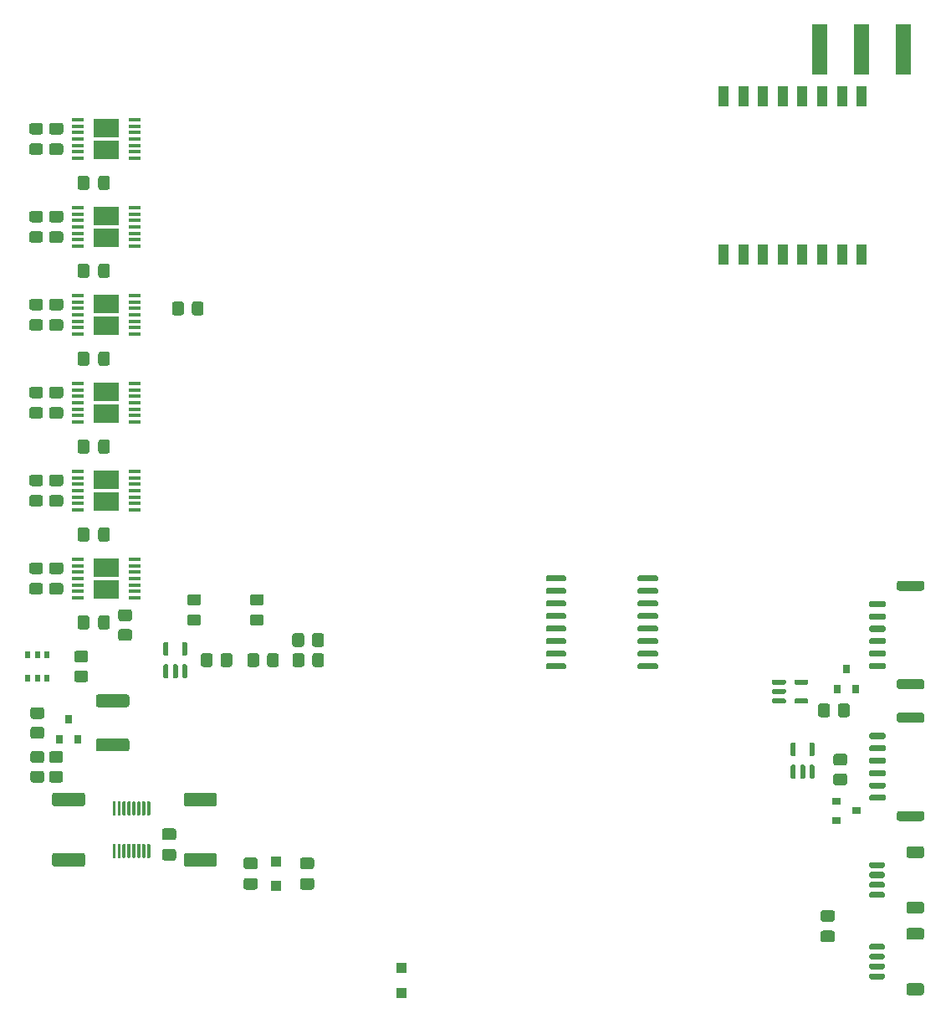
<source format=gtp>
%TF.GenerationSoftware,KiCad,Pcbnew,5.1.10*%
%TF.CreationDate,2021-06-27T23:22:59+02:00*%
%TF.ProjectId,main_v1,6d61696e-5f76-4312-9e6b-696361645f70,rev?*%
%TF.SameCoordinates,Original*%
%TF.FileFunction,Paste,Top*%
%TF.FilePolarity,Positive*%
%FSLAX46Y46*%
G04 Gerber Fmt 4.6, Leading zero omitted, Abs format (unit mm)*
G04 Created by KiCad (PCBNEW 5.1.10) date 2021-06-27 23:22:59*
%MOMM*%
%LPD*%
G01*
G04 APERTURE LIST*
%ADD10R,1.000000X1.000000*%
%ADD11R,0.900000X0.800000*%
%ADD12R,0.800000X0.900000*%
%ADD13R,1.000000X2.000000*%
%ADD14R,1.500000X5.080000*%
%ADD15R,0.510000X0.700000*%
%ADD16R,2.650000X1.850000*%
%ADD17R,1.310000X0.450000*%
G04 APERTURE END LIST*
%TO.C,JP4*%
G36*
G01*
X159565000Y-127965000D02*
X156665000Y-127965000D01*
G75*
G02*
X156415000Y-127715000I0J250000D01*
G01*
X156415000Y-126915000D01*
G75*
G02*
X156665000Y-126665000I250000J0D01*
G01*
X159565000Y-126665000D01*
G75*
G02*
X159815000Y-126915000I0J-250000D01*
G01*
X159815000Y-127715000D01*
G75*
G02*
X159565000Y-127965000I-250000J0D01*
G01*
G37*
G36*
G01*
X159565000Y-132415000D02*
X156665000Y-132415000D01*
G75*
G02*
X156415000Y-132165000I0J250000D01*
G01*
X156415000Y-131365000D01*
G75*
G02*
X156665000Y-131115000I250000J0D01*
G01*
X159565000Y-131115000D01*
G75*
G02*
X159815000Y-131365000I0J-250000D01*
G01*
X159815000Y-132165000D01*
G75*
G02*
X159565000Y-132415000I-250000J0D01*
G01*
G37*
%TD*%
D10*
%TO.C,D13*%
X174625000Y-143530000D03*
X174625000Y-146030000D03*
%TD*%
%TO.C,D11*%
X187325000Y-154325000D03*
X187325000Y-156825000D03*
%TD*%
%TO.C,R16*%
G36*
G01*
X177511000Y-120707999D02*
X177511000Y-121608001D01*
G75*
G02*
X177261001Y-121858000I-249999J0D01*
G01*
X176560999Y-121858000D01*
G75*
G02*
X176311000Y-121608001I0J249999D01*
G01*
X176311000Y-120707999D01*
G75*
G02*
X176560999Y-120458000I249999J0D01*
G01*
X177261001Y-120458000D01*
G75*
G02*
X177511000Y-120707999I0J-249999D01*
G01*
G37*
G36*
G01*
X179511000Y-120707999D02*
X179511000Y-121608001D01*
G75*
G02*
X179261001Y-121858000I-249999J0D01*
G01*
X178560999Y-121858000D01*
G75*
G02*
X178311000Y-121608001I0J249999D01*
G01*
X178311000Y-120707999D01*
G75*
G02*
X178560999Y-120458000I249999J0D01*
G01*
X179261001Y-120458000D01*
G75*
G02*
X179511000Y-120707999I0J-249999D01*
G01*
G37*
%TD*%
%TO.C,U20*%
G36*
G01*
X227140000Y-135200000D02*
X226890000Y-135200000D01*
G75*
G02*
X226765000Y-135075000I0J125000D01*
G01*
X226765000Y-133900000D01*
G75*
G02*
X226890000Y-133775000I125000J0D01*
G01*
X227140000Y-133775000D01*
G75*
G02*
X227265000Y-133900000I0J-125000D01*
G01*
X227265000Y-135075000D01*
G75*
G02*
X227140000Y-135200000I-125000J0D01*
G01*
G37*
G36*
G01*
X228090000Y-135200000D02*
X227840000Y-135200000D01*
G75*
G02*
X227715000Y-135075000I0J125000D01*
G01*
X227715000Y-133900000D01*
G75*
G02*
X227840000Y-133775000I125000J0D01*
G01*
X228090000Y-133775000D01*
G75*
G02*
X228215000Y-133900000I0J-125000D01*
G01*
X228215000Y-135075000D01*
G75*
G02*
X228090000Y-135200000I-125000J0D01*
G01*
G37*
G36*
G01*
X229040000Y-135200000D02*
X228790000Y-135200000D01*
G75*
G02*
X228665000Y-135075000I0J125000D01*
G01*
X228665000Y-133900000D01*
G75*
G02*
X228790000Y-133775000I125000J0D01*
G01*
X229040000Y-133775000D01*
G75*
G02*
X229165000Y-133900000I0J-125000D01*
G01*
X229165000Y-135075000D01*
G75*
G02*
X229040000Y-135200000I-125000J0D01*
G01*
G37*
G36*
G01*
X229040000Y-132925000D02*
X228790000Y-132925000D01*
G75*
G02*
X228665000Y-132800000I0J125000D01*
G01*
X228665000Y-131625000D01*
G75*
G02*
X228790000Y-131500000I125000J0D01*
G01*
X229040000Y-131500000D01*
G75*
G02*
X229165000Y-131625000I0J-125000D01*
G01*
X229165000Y-132800000D01*
G75*
G02*
X229040000Y-132925000I-125000J0D01*
G01*
G37*
G36*
G01*
X227140000Y-132925000D02*
X226890000Y-132925000D01*
G75*
G02*
X226765000Y-132800000I0J125000D01*
G01*
X226765000Y-131625000D01*
G75*
G02*
X226890000Y-131500000I125000J0D01*
G01*
X227140000Y-131500000D01*
G75*
G02*
X227265000Y-131625000I0J-125000D01*
G01*
X227265000Y-132800000D01*
G75*
G02*
X227140000Y-132925000I-125000J0D01*
G01*
G37*
%TD*%
%TO.C,U5*%
G36*
G01*
X224845000Y-125540000D02*
X224845000Y-125290000D01*
G75*
G02*
X224970000Y-125165000I125000J0D01*
G01*
X226145000Y-125165000D01*
G75*
G02*
X226270000Y-125290000I0J-125000D01*
G01*
X226270000Y-125540000D01*
G75*
G02*
X226145000Y-125665000I-125000J0D01*
G01*
X224970000Y-125665000D01*
G75*
G02*
X224845000Y-125540000I0J125000D01*
G01*
G37*
G36*
G01*
X224845000Y-126490000D02*
X224845000Y-126240000D01*
G75*
G02*
X224970000Y-126115000I125000J0D01*
G01*
X226145000Y-126115000D01*
G75*
G02*
X226270000Y-126240000I0J-125000D01*
G01*
X226270000Y-126490000D01*
G75*
G02*
X226145000Y-126615000I-125000J0D01*
G01*
X224970000Y-126615000D01*
G75*
G02*
X224845000Y-126490000I0J125000D01*
G01*
G37*
G36*
G01*
X224845000Y-127440000D02*
X224845000Y-127190000D01*
G75*
G02*
X224970000Y-127065000I125000J0D01*
G01*
X226145000Y-127065000D01*
G75*
G02*
X226270000Y-127190000I0J-125000D01*
G01*
X226270000Y-127440000D01*
G75*
G02*
X226145000Y-127565000I-125000J0D01*
G01*
X224970000Y-127565000D01*
G75*
G02*
X224845000Y-127440000I0J125000D01*
G01*
G37*
G36*
G01*
X227120000Y-127440000D02*
X227120000Y-127190000D01*
G75*
G02*
X227245000Y-127065000I125000J0D01*
G01*
X228420000Y-127065000D01*
G75*
G02*
X228545000Y-127190000I0J-125000D01*
G01*
X228545000Y-127440000D01*
G75*
G02*
X228420000Y-127565000I-125000J0D01*
G01*
X227245000Y-127565000D01*
G75*
G02*
X227120000Y-127440000I0J125000D01*
G01*
G37*
G36*
G01*
X227120000Y-125540000D02*
X227120000Y-125290000D01*
G75*
G02*
X227245000Y-125165000I125000J0D01*
G01*
X228420000Y-125165000D01*
G75*
G02*
X228545000Y-125290000I0J-125000D01*
G01*
X228545000Y-125540000D01*
G75*
G02*
X228420000Y-125665000I-125000J0D01*
G01*
X227245000Y-125665000D01*
G75*
G02*
X227120000Y-125540000I0J125000D01*
G01*
G37*
%TD*%
%TO.C,R15*%
G36*
G01*
X231324999Y-134655000D02*
X232225001Y-134655000D01*
G75*
G02*
X232475000Y-134904999I0J-249999D01*
G01*
X232475000Y-135605001D01*
G75*
G02*
X232225001Y-135855000I-249999J0D01*
G01*
X231324999Y-135855000D01*
G75*
G02*
X231075000Y-135605001I0J249999D01*
G01*
X231075000Y-134904999D01*
G75*
G02*
X231324999Y-134655000I249999J0D01*
G01*
G37*
G36*
G01*
X231324999Y-132655000D02*
X232225001Y-132655000D01*
G75*
G02*
X232475000Y-132904999I0J-249999D01*
G01*
X232475000Y-133605001D01*
G75*
G02*
X232225001Y-133855000I-249999J0D01*
G01*
X231324999Y-133855000D01*
G75*
G02*
X231075000Y-133605001I0J249999D01*
G01*
X231075000Y-132904999D01*
G75*
G02*
X231324999Y-132655000I249999J0D01*
G01*
G37*
%TD*%
%TO.C,R3*%
G36*
G01*
X231540000Y-128720001D02*
X231540000Y-127819999D01*
G75*
G02*
X231789999Y-127570000I249999J0D01*
G01*
X232490001Y-127570000D01*
G75*
G02*
X232740000Y-127819999I0J-249999D01*
G01*
X232740000Y-128720001D01*
G75*
G02*
X232490001Y-128970000I-249999J0D01*
G01*
X231789999Y-128970000D01*
G75*
G02*
X231540000Y-128720001I0J249999D01*
G01*
G37*
G36*
G01*
X229540000Y-128720001D02*
X229540000Y-127819999D01*
G75*
G02*
X229789999Y-127570000I249999J0D01*
G01*
X230490001Y-127570000D01*
G75*
G02*
X230740000Y-127819999I0J-249999D01*
G01*
X230740000Y-128720001D01*
G75*
G02*
X230490001Y-128970000I-249999J0D01*
G01*
X229789999Y-128970000D01*
G75*
G02*
X229540000Y-128720001I0J249999D01*
G01*
G37*
%TD*%
D11*
%TO.C,Q6*%
X233410000Y-138430000D03*
X231410000Y-139380000D03*
X231410000Y-137480000D03*
%TD*%
D12*
%TO.C,Q2*%
X232410000Y-124095000D03*
X233360000Y-126095000D03*
X231460000Y-126095000D03*
%TD*%
%TO.C,J6*%
G36*
G01*
X234840000Y-130560000D02*
X236240000Y-130560000D01*
G75*
G02*
X236390000Y-130710000I0J-150000D01*
G01*
X236390000Y-131010000D01*
G75*
G02*
X236240000Y-131160000I-150000J0D01*
G01*
X234840000Y-131160000D01*
G75*
G02*
X234690000Y-131010000I0J150000D01*
G01*
X234690000Y-130710000D01*
G75*
G02*
X234840000Y-130560000I150000J0D01*
G01*
G37*
G36*
G01*
X234840000Y-131810000D02*
X236240000Y-131810000D01*
G75*
G02*
X236390000Y-131960000I0J-150000D01*
G01*
X236390000Y-132260000D01*
G75*
G02*
X236240000Y-132410000I-150000J0D01*
G01*
X234840000Y-132410000D01*
G75*
G02*
X234690000Y-132260000I0J150000D01*
G01*
X234690000Y-131960000D01*
G75*
G02*
X234840000Y-131810000I150000J0D01*
G01*
G37*
G36*
G01*
X234840000Y-133060000D02*
X236240000Y-133060000D01*
G75*
G02*
X236390000Y-133210000I0J-150000D01*
G01*
X236390000Y-133510000D01*
G75*
G02*
X236240000Y-133660000I-150000J0D01*
G01*
X234840000Y-133660000D01*
G75*
G02*
X234690000Y-133510000I0J150000D01*
G01*
X234690000Y-133210000D01*
G75*
G02*
X234840000Y-133060000I150000J0D01*
G01*
G37*
G36*
G01*
X234840000Y-134310000D02*
X236240000Y-134310000D01*
G75*
G02*
X236390000Y-134460000I0J-150000D01*
G01*
X236390000Y-134760000D01*
G75*
G02*
X236240000Y-134910000I-150000J0D01*
G01*
X234840000Y-134910000D01*
G75*
G02*
X234690000Y-134760000I0J150000D01*
G01*
X234690000Y-134460000D01*
G75*
G02*
X234840000Y-134310000I150000J0D01*
G01*
G37*
G36*
G01*
X234840000Y-135560000D02*
X236240000Y-135560000D01*
G75*
G02*
X236390000Y-135710000I0J-150000D01*
G01*
X236390000Y-136010000D01*
G75*
G02*
X236240000Y-136160000I-150000J0D01*
G01*
X234840000Y-136160000D01*
G75*
G02*
X234690000Y-136010000I0J150000D01*
G01*
X234690000Y-135710000D01*
G75*
G02*
X234840000Y-135560000I150000J0D01*
G01*
G37*
G36*
G01*
X234840000Y-136810000D02*
X236240000Y-136810000D01*
G75*
G02*
X236390000Y-136960000I0J-150000D01*
G01*
X236390000Y-137260000D01*
G75*
G02*
X236240000Y-137410000I-150000J0D01*
G01*
X234840000Y-137410000D01*
G75*
G02*
X234690000Y-137260000I0J150000D01*
G01*
X234690000Y-136960000D01*
G75*
G02*
X234840000Y-136810000I150000J0D01*
G01*
G37*
G36*
G01*
X237740000Y-128510000D02*
X240040000Y-128510000D01*
G75*
G02*
X240290000Y-128760000I0J-250000D01*
G01*
X240290000Y-129260000D01*
G75*
G02*
X240040000Y-129510000I-250000J0D01*
G01*
X237740000Y-129510000D01*
G75*
G02*
X237490000Y-129260000I0J250000D01*
G01*
X237490000Y-128760000D01*
G75*
G02*
X237740000Y-128510000I250000J0D01*
G01*
G37*
G36*
G01*
X237740000Y-138460000D02*
X240040000Y-138460000D01*
G75*
G02*
X240290000Y-138710000I0J-250000D01*
G01*
X240290000Y-139210000D01*
G75*
G02*
X240040000Y-139460000I-250000J0D01*
G01*
X237740000Y-139460000D01*
G75*
G02*
X237490000Y-139210000I0J250000D01*
G01*
X237490000Y-138710000D01*
G75*
G02*
X237740000Y-138460000I250000J0D01*
G01*
G37*
%TD*%
%TO.C,J4*%
G36*
G01*
X234840000Y-117225000D02*
X236240000Y-117225000D01*
G75*
G02*
X236390000Y-117375000I0J-150000D01*
G01*
X236390000Y-117675000D01*
G75*
G02*
X236240000Y-117825000I-150000J0D01*
G01*
X234840000Y-117825000D01*
G75*
G02*
X234690000Y-117675000I0J150000D01*
G01*
X234690000Y-117375000D01*
G75*
G02*
X234840000Y-117225000I150000J0D01*
G01*
G37*
G36*
G01*
X234840000Y-118475000D02*
X236240000Y-118475000D01*
G75*
G02*
X236390000Y-118625000I0J-150000D01*
G01*
X236390000Y-118925000D01*
G75*
G02*
X236240000Y-119075000I-150000J0D01*
G01*
X234840000Y-119075000D01*
G75*
G02*
X234690000Y-118925000I0J150000D01*
G01*
X234690000Y-118625000D01*
G75*
G02*
X234840000Y-118475000I150000J0D01*
G01*
G37*
G36*
G01*
X234840000Y-119725000D02*
X236240000Y-119725000D01*
G75*
G02*
X236390000Y-119875000I0J-150000D01*
G01*
X236390000Y-120175000D01*
G75*
G02*
X236240000Y-120325000I-150000J0D01*
G01*
X234840000Y-120325000D01*
G75*
G02*
X234690000Y-120175000I0J150000D01*
G01*
X234690000Y-119875000D01*
G75*
G02*
X234840000Y-119725000I150000J0D01*
G01*
G37*
G36*
G01*
X234840000Y-120975000D02*
X236240000Y-120975000D01*
G75*
G02*
X236390000Y-121125000I0J-150000D01*
G01*
X236390000Y-121425000D01*
G75*
G02*
X236240000Y-121575000I-150000J0D01*
G01*
X234840000Y-121575000D01*
G75*
G02*
X234690000Y-121425000I0J150000D01*
G01*
X234690000Y-121125000D01*
G75*
G02*
X234840000Y-120975000I150000J0D01*
G01*
G37*
G36*
G01*
X234840000Y-122225000D02*
X236240000Y-122225000D01*
G75*
G02*
X236390000Y-122375000I0J-150000D01*
G01*
X236390000Y-122675000D01*
G75*
G02*
X236240000Y-122825000I-150000J0D01*
G01*
X234840000Y-122825000D01*
G75*
G02*
X234690000Y-122675000I0J150000D01*
G01*
X234690000Y-122375000D01*
G75*
G02*
X234840000Y-122225000I150000J0D01*
G01*
G37*
G36*
G01*
X234840000Y-123475000D02*
X236240000Y-123475000D01*
G75*
G02*
X236390000Y-123625000I0J-150000D01*
G01*
X236390000Y-123925000D01*
G75*
G02*
X236240000Y-124075000I-150000J0D01*
G01*
X234840000Y-124075000D01*
G75*
G02*
X234690000Y-123925000I0J150000D01*
G01*
X234690000Y-123625000D01*
G75*
G02*
X234840000Y-123475000I150000J0D01*
G01*
G37*
G36*
G01*
X237740000Y-115175000D02*
X240040000Y-115175000D01*
G75*
G02*
X240290000Y-115425000I0J-250000D01*
G01*
X240290000Y-115925000D01*
G75*
G02*
X240040000Y-116175000I-250000J0D01*
G01*
X237740000Y-116175000D01*
G75*
G02*
X237490000Y-115925000I0J250000D01*
G01*
X237490000Y-115425000D01*
G75*
G02*
X237740000Y-115175000I250000J0D01*
G01*
G37*
G36*
G01*
X237740000Y-125125000D02*
X240040000Y-125125000D01*
G75*
G02*
X240290000Y-125375000I0J-250000D01*
G01*
X240290000Y-125875000D01*
G75*
G02*
X240040000Y-126125000I-250000J0D01*
G01*
X237740000Y-126125000D01*
G75*
G02*
X237490000Y-125875000I0J250000D01*
G01*
X237490000Y-125375000D01*
G75*
G02*
X237740000Y-125125000I250000J0D01*
G01*
G37*
%TD*%
%TO.C,J10*%
G36*
G01*
X236115000Y-155470000D02*
X234865000Y-155470000D01*
G75*
G02*
X234715000Y-155320000I0J150000D01*
G01*
X234715000Y-155020000D01*
G75*
G02*
X234865000Y-154870000I150000J0D01*
G01*
X236115000Y-154870000D01*
G75*
G02*
X236265000Y-155020000I0J-150000D01*
G01*
X236265000Y-155320000D01*
G75*
G02*
X236115000Y-155470000I-150000J0D01*
G01*
G37*
G36*
G01*
X236115000Y-154470000D02*
X234865000Y-154470000D01*
G75*
G02*
X234715000Y-154320000I0J150000D01*
G01*
X234715000Y-154020000D01*
G75*
G02*
X234865000Y-153870000I150000J0D01*
G01*
X236115000Y-153870000D01*
G75*
G02*
X236265000Y-154020000I0J-150000D01*
G01*
X236265000Y-154320000D01*
G75*
G02*
X236115000Y-154470000I-150000J0D01*
G01*
G37*
G36*
G01*
X236115000Y-153470000D02*
X234865000Y-153470000D01*
G75*
G02*
X234715000Y-153320000I0J150000D01*
G01*
X234715000Y-153020000D01*
G75*
G02*
X234865000Y-152870000I150000J0D01*
G01*
X236115000Y-152870000D01*
G75*
G02*
X236265000Y-153020000I0J-150000D01*
G01*
X236265000Y-153320000D01*
G75*
G02*
X236115000Y-153470000I-150000J0D01*
G01*
G37*
G36*
G01*
X236115000Y-152470000D02*
X234865000Y-152470000D01*
G75*
G02*
X234715000Y-152320000I0J150000D01*
G01*
X234715000Y-152020000D01*
G75*
G02*
X234865000Y-151870000I150000J0D01*
G01*
X236115000Y-151870000D01*
G75*
G02*
X236265000Y-152020000I0J-150000D01*
G01*
X236265000Y-152320000D01*
G75*
G02*
X236115000Y-152470000I-150000J0D01*
G01*
G37*
G36*
G01*
X240015001Y-157070000D02*
X238714999Y-157070000D01*
G75*
G02*
X238465000Y-156820001I0J249999D01*
G01*
X238465000Y-156119999D01*
G75*
G02*
X238714999Y-155870000I249999J0D01*
G01*
X240015001Y-155870000D01*
G75*
G02*
X240265000Y-156119999I0J-249999D01*
G01*
X240265000Y-156820001D01*
G75*
G02*
X240015001Y-157070000I-249999J0D01*
G01*
G37*
G36*
G01*
X240015001Y-151470000D02*
X238714999Y-151470000D01*
G75*
G02*
X238465000Y-151220001I0J249999D01*
G01*
X238465000Y-150519999D01*
G75*
G02*
X238714999Y-150270000I249999J0D01*
G01*
X240015001Y-150270000D01*
G75*
G02*
X240265000Y-150519999I0J-249999D01*
G01*
X240265000Y-151220001D01*
G75*
G02*
X240015001Y-151470000I-249999J0D01*
G01*
G37*
%TD*%
%TO.C,J1*%
G36*
G01*
X236115000Y-147215000D02*
X234865000Y-147215000D01*
G75*
G02*
X234715000Y-147065000I0J150000D01*
G01*
X234715000Y-146765000D01*
G75*
G02*
X234865000Y-146615000I150000J0D01*
G01*
X236115000Y-146615000D01*
G75*
G02*
X236265000Y-146765000I0J-150000D01*
G01*
X236265000Y-147065000D01*
G75*
G02*
X236115000Y-147215000I-150000J0D01*
G01*
G37*
G36*
G01*
X236115000Y-146215000D02*
X234865000Y-146215000D01*
G75*
G02*
X234715000Y-146065000I0J150000D01*
G01*
X234715000Y-145765000D01*
G75*
G02*
X234865000Y-145615000I150000J0D01*
G01*
X236115000Y-145615000D01*
G75*
G02*
X236265000Y-145765000I0J-150000D01*
G01*
X236265000Y-146065000D01*
G75*
G02*
X236115000Y-146215000I-150000J0D01*
G01*
G37*
G36*
G01*
X236115000Y-145215000D02*
X234865000Y-145215000D01*
G75*
G02*
X234715000Y-145065000I0J150000D01*
G01*
X234715000Y-144765000D01*
G75*
G02*
X234865000Y-144615000I150000J0D01*
G01*
X236115000Y-144615000D01*
G75*
G02*
X236265000Y-144765000I0J-150000D01*
G01*
X236265000Y-145065000D01*
G75*
G02*
X236115000Y-145215000I-150000J0D01*
G01*
G37*
G36*
G01*
X236115000Y-144215000D02*
X234865000Y-144215000D01*
G75*
G02*
X234715000Y-144065000I0J150000D01*
G01*
X234715000Y-143765000D01*
G75*
G02*
X234865000Y-143615000I150000J0D01*
G01*
X236115000Y-143615000D01*
G75*
G02*
X236265000Y-143765000I0J-150000D01*
G01*
X236265000Y-144065000D01*
G75*
G02*
X236115000Y-144215000I-150000J0D01*
G01*
G37*
G36*
G01*
X240015001Y-148815000D02*
X238714999Y-148815000D01*
G75*
G02*
X238465000Y-148565001I0J249999D01*
G01*
X238465000Y-147864999D01*
G75*
G02*
X238714999Y-147615000I249999J0D01*
G01*
X240015001Y-147615000D01*
G75*
G02*
X240265000Y-147864999I0J-249999D01*
G01*
X240265000Y-148565001D01*
G75*
G02*
X240015001Y-148815000I-249999J0D01*
G01*
G37*
G36*
G01*
X240015001Y-143215000D02*
X238714999Y-143215000D01*
G75*
G02*
X238465000Y-142965001I0J249999D01*
G01*
X238465000Y-142264999D01*
G75*
G02*
X238714999Y-142015000I249999J0D01*
G01*
X240015001Y-142015000D01*
G75*
G02*
X240265000Y-142264999I0J-249999D01*
G01*
X240265000Y-142965001D01*
G75*
G02*
X240015001Y-143215000I-249999J0D01*
G01*
G37*
%TD*%
%TO.C,C21*%
G36*
G01*
X230030000Y-150542500D02*
X230980000Y-150542500D01*
G75*
G02*
X231230000Y-150792500I0J-250000D01*
G01*
X231230000Y-151467500D01*
G75*
G02*
X230980000Y-151717500I-250000J0D01*
G01*
X230030000Y-151717500D01*
G75*
G02*
X229780000Y-151467500I0J250000D01*
G01*
X229780000Y-150792500D01*
G75*
G02*
X230030000Y-150542500I250000J0D01*
G01*
G37*
G36*
G01*
X230030000Y-148467500D02*
X230980000Y-148467500D01*
G75*
G02*
X231230000Y-148717500I0J-250000D01*
G01*
X231230000Y-149392500D01*
G75*
G02*
X230980000Y-149642500I-250000J0D01*
G01*
X230030000Y-149642500D01*
G75*
G02*
X229780000Y-149392500I0J250000D01*
G01*
X229780000Y-148717500D01*
G75*
G02*
X230030000Y-148467500I250000J0D01*
G01*
G37*
%TD*%
D13*
%TO.C,U32*%
X219949000Y-66168000D03*
X221949000Y-66168000D03*
X223949000Y-66168000D03*
X225949000Y-66168000D03*
X227949000Y-66168000D03*
X229949000Y-66168000D03*
X231949000Y-66168000D03*
X233949000Y-66168000D03*
X233949000Y-82168000D03*
X231949000Y-82168000D03*
X229949000Y-82168000D03*
X227949000Y-82168000D03*
X225949000Y-82168000D03*
X223949000Y-82168000D03*
X221949000Y-82168000D03*
X219949000Y-82168000D03*
%TD*%
%TO.C,U16*%
G36*
G01*
X204020000Y-123675000D02*
X204020000Y-123975000D01*
G75*
G02*
X203870000Y-124125000I-150000J0D01*
G01*
X202120000Y-124125000D01*
G75*
G02*
X201970000Y-123975000I0J150000D01*
G01*
X201970000Y-123675000D01*
G75*
G02*
X202120000Y-123525000I150000J0D01*
G01*
X203870000Y-123525000D01*
G75*
G02*
X204020000Y-123675000I0J-150000D01*
G01*
G37*
G36*
G01*
X204020000Y-122405000D02*
X204020000Y-122705000D01*
G75*
G02*
X203870000Y-122855000I-150000J0D01*
G01*
X202120000Y-122855000D01*
G75*
G02*
X201970000Y-122705000I0J150000D01*
G01*
X201970000Y-122405000D01*
G75*
G02*
X202120000Y-122255000I150000J0D01*
G01*
X203870000Y-122255000D01*
G75*
G02*
X204020000Y-122405000I0J-150000D01*
G01*
G37*
G36*
G01*
X204020000Y-121135000D02*
X204020000Y-121435000D01*
G75*
G02*
X203870000Y-121585000I-150000J0D01*
G01*
X202120000Y-121585000D01*
G75*
G02*
X201970000Y-121435000I0J150000D01*
G01*
X201970000Y-121135000D01*
G75*
G02*
X202120000Y-120985000I150000J0D01*
G01*
X203870000Y-120985000D01*
G75*
G02*
X204020000Y-121135000I0J-150000D01*
G01*
G37*
G36*
G01*
X204020000Y-119865000D02*
X204020000Y-120165000D01*
G75*
G02*
X203870000Y-120315000I-150000J0D01*
G01*
X202120000Y-120315000D01*
G75*
G02*
X201970000Y-120165000I0J150000D01*
G01*
X201970000Y-119865000D01*
G75*
G02*
X202120000Y-119715000I150000J0D01*
G01*
X203870000Y-119715000D01*
G75*
G02*
X204020000Y-119865000I0J-150000D01*
G01*
G37*
G36*
G01*
X204020000Y-118595000D02*
X204020000Y-118895000D01*
G75*
G02*
X203870000Y-119045000I-150000J0D01*
G01*
X202120000Y-119045000D01*
G75*
G02*
X201970000Y-118895000I0J150000D01*
G01*
X201970000Y-118595000D01*
G75*
G02*
X202120000Y-118445000I150000J0D01*
G01*
X203870000Y-118445000D01*
G75*
G02*
X204020000Y-118595000I0J-150000D01*
G01*
G37*
G36*
G01*
X204020000Y-117325000D02*
X204020000Y-117625000D01*
G75*
G02*
X203870000Y-117775000I-150000J0D01*
G01*
X202120000Y-117775000D01*
G75*
G02*
X201970000Y-117625000I0J150000D01*
G01*
X201970000Y-117325000D01*
G75*
G02*
X202120000Y-117175000I150000J0D01*
G01*
X203870000Y-117175000D01*
G75*
G02*
X204020000Y-117325000I0J-150000D01*
G01*
G37*
G36*
G01*
X204020000Y-116055000D02*
X204020000Y-116355000D01*
G75*
G02*
X203870000Y-116505000I-150000J0D01*
G01*
X202120000Y-116505000D01*
G75*
G02*
X201970000Y-116355000I0J150000D01*
G01*
X201970000Y-116055000D01*
G75*
G02*
X202120000Y-115905000I150000J0D01*
G01*
X203870000Y-115905000D01*
G75*
G02*
X204020000Y-116055000I0J-150000D01*
G01*
G37*
G36*
G01*
X204020000Y-114785000D02*
X204020000Y-115085000D01*
G75*
G02*
X203870000Y-115235000I-150000J0D01*
G01*
X202120000Y-115235000D01*
G75*
G02*
X201970000Y-115085000I0J150000D01*
G01*
X201970000Y-114785000D01*
G75*
G02*
X202120000Y-114635000I150000J0D01*
G01*
X203870000Y-114635000D01*
G75*
G02*
X204020000Y-114785000I0J-150000D01*
G01*
G37*
G36*
G01*
X213320000Y-114785000D02*
X213320000Y-115085000D01*
G75*
G02*
X213170000Y-115235000I-150000J0D01*
G01*
X211420000Y-115235000D01*
G75*
G02*
X211270000Y-115085000I0J150000D01*
G01*
X211270000Y-114785000D01*
G75*
G02*
X211420000Y-114635000I150000J0D01*
G01*
X213170000Y-114635000D01*
G75*
G02*
X213320000Y-114785000I0J-150000D01*
G01*
G37*
G36*
G01*
X213320000Y-116055000D02*
X213320000Y-116355000D01*
G75*
G02*
X213170000Y-116505000I-150000J0D01*
G01*
X211420000Y-116505000D01*
G75*
G02*
X211270000Y-116355000I0J150000D01*
G01*
X211270000Y-116055000D01*
G75*
G02*
X211420000Y-115905000I150000J0D01*
G01*
X213170000Y-115905000D01*
G75*
G02*
X213320000Y-116055000I0J-150000D01*
G01*
G37*
G36*
G01*
X213320000Y-117325000D02*
X213320000Y-117625000D01*
G75*
G02*
X213170000Y-117775000I-150000J0D01*
G01*
X211420000Y-117775000D01*
G75*
G02*
X211270000Y-117625000I0J150000D01*
G01*
X211270000Y-117325000D01*
G75*
G02*
X211420000Y-117175000I150000J0D01*
G01*
X213170000Y-117175000D01*
G75*
G02*
X213320000Y-117325000I0J-150000D01*
G01*
G37*
G36*
G01*
X213320000Y-118595000D02*
X213320000Y-118895000D01*
G75*
G02*
X213170000Y-119045000I-150000J0D01*
G01*
X211420000Y-119045000D01*
G75*
G02*
X211270000Y-118895000I0J150000D01*
G01*
X211270000Y-118595000D01*
G75*
G02*
X211420000Y-118445000I150000J0D01*
G01*
X213170000Y-118445000D01*
G75*
G02*
X213320000Y-118595000I0J-150000D01*
G01*
G37*
G36*
G01*
X213320000Y-119865000D02*
X213320000Y-120165000D01*
G75*
G02*
X213170000Y-120315000I-150000J0D01*
G01*
X211420000Y-120315000D01*
G75*
G02*
X211270000Y-120165000I0J150000D01*
G01*
X211270000Y-119865000D01*
G75*
G02*
X211420000Y-119715000I150000J0D01*
G01*
X213170000Y-119715000D01*
G75*
G02*
X213320000Y-119865000I0J-150000D01*
G01*
G37*
G36*
G01*
X213320000Y-121135000D02*
X213320000Y-121435000D01*
G75*
G02*
X213170000Y-121585000I-150000J0D01*
G01*
X211420000Y-121585000D01*
G75*
G02*
X211270000Y-121435000I0J150000D01*
G01*
X211270000Y-121135000D01*
G75*
G02*
X211420000Y-120985000I150000J0D01*
G01*
X213170000Y-120985000D01*
G75*
G02*
X213320000Y-121135000I0J-150000D01*
G01*
G37*
G36*
G01*
X213320000Y-122405000D02*
X213320000Y-122705000D01*
G75*
G02*
X213170000Y-122855000I-150000J0D01*
G01*
X211420000Y-122855000D01*
G75*
G02*
X211270000Y-122705000I0J150000D01*
G01*
X211270000Y-122405000D01*
G75*
G02*
X211420000Y-122255000I150000J0D01*
G01*
X213170000Y-122255000D01*
G75*
G02*
X213320000Y-122405000I0J-150000D01*
G01*
G37*
G36*
G01*
X213320000Y-123675000D02*
X213320000Y-123975000D01*
G75*
G02*
X213170000Y-124125000I-150000J0D01*
G01*
X211420000Y-124125000D01*
G75*
G02*
X211270000Y-123975000I0J150000D01*
G01*
X211270000Y-123675000D01*
G75*
G02*
X211420000Y-123525000I150000J0D01*
G01*
X213170000Y-123525000D01*
G75*
G02*
X213320000Y-123675000I0J-150000D01*
G01*
G37*
%TD*%
D14*
%TO.C,J9*%
X233934000Y-61468000D03*
X229684000Y-61468000D03*
X238184000Y-61468000D03*
%TD*%
D15*
%TO.C,Q9*%
X149545000Y-122665000D03*
X150495000Y-122665000D03*
X151445000Y-122665000D03*
X151445000Y-124985000D03*
X150495000Y-124985000D03*
X149545000Y-124985000D03*
%TD*%
%TO.C,C19*%
G36*
G01*
X163355000Y-142287500D02*
X164305000Y-142287500D01*
G75*
G02*
X164555000Y-142537500I0J-250000D01*
G01*
X164555000Y-143212500D01*
G75*
G02*
X164305000Y-143462500I-250000J0D01*
G01*
X163355000Y-143462500D01*
G75*
G02*
X163105000Y-143212500I0J250000D01*
G01*
X163105000Y-142537500D01*
G75*
G02*
X163355000Y-142287500I250000J0D01*
G01*
G37*
G36*
G01*
X163355000Y-140212500D02*
X164305000Y-140212500D01*
G75*
G02*
X164555000Y-140462500I0J-250000D01*
G01*
X164555000Y-141137500D01*
G75*
G02*
X164305000Y-141387500I-250000J0D01*
G01*
X163355000Y-141387500D01*
G75*
G02*
X163105000Y-141137500I0J250000D01*
G01*
X163105000Y-140462500D01*
G75*
G02*
X163355000Y-140212500I250000J0D01*
G01*
G37*
%TD*%
%TO.C,U31*%
G36*
G01*
X158345000Y-138910000D02*
X158195000Y-138910000D01*
G75*
G02*
X158120000Y-138835000I0J75000D01*
G01*
X158120000Y-137535000D01*
G75*
G02*
X158195000Y-137460000I75000J0D01*
G01*
X158345000Y-137460000D01*
G75*
G02*
X158420000Y-137535000I0J-75000D01*
G01*
X158420000Y-138835000D01*
G75*
G02*
X158345000Y-138910000I-75000J0D01*
G01*
G37*
G36*
G01*
X158845000Y-138910000D02*
X158695000Y-138910000D01*
G75*
G02*
X158620000Y-138835000I0J75000D01*
G01*
X158620000Y-137535000D01*
G75*
G02*
X158695000Y-137460000I75000J0D01*
G01*
X158845000Y-137460000D01*
G75*
G02*
X158920000Y-137535000I0J-75000D01*
G01*
X158920000Y-138835000D01*
G75*
G02*
X158845000Y-138910000I-75000J0D01*
G01*
G37*
G36*
G01*
X159345000Y-138910000D02*
X159195000Y-138910000D01*
G75*
G02*
X159120000Y-138835000I0J75000D01*
G01*
X159120000Y-137535000D01*
G75*
G02*
X159195000Y-137460000I75000J0D01*
G01*
X159345000Y-137460000D01*
G75*
G02*
X159420000Y-137535000I0J-75000D01*
G01*
X159420000Y-138835000D01*
G75*
G02*
X159345000Y-138910000I-75000J0D01*
G01*
G37*
G36*
G01*
X159845000Y-138910000D02*
X159695000Y-138910000D01*
G75*
G02*
X159620000Y-138835000I0J75000D01*
G01*
X159620000Y-137535000D01*
G75*
G02*
X159695000Y-137460000I75000J0D01*
G01*
X159845000Y-137460000D01*
G75*
G02*
X159920000Y-137535000I0J-75000D01*
G01*
X159920000Y-138835000D01*
G75*
G02*
X159845000Y-138910000I-75000J0D01*
G01*
G37*
G36*
G01*
X160345000Y-138910000D02*
X160195000Y-138910000D01*
G75*
G02*
X160120000Y-138835000I0J75000D01*
G01*
X160120000Y-137535000D01*
G75*
G02*
X160195000Y-137460000I75000J0D01*
G01*
X160345000Y-137460000D01*
G75*
G02*
X160420000Y-137535000I0J-75000D01*
G01*
X160420000Y-138835000D01*
G75*
G02*
X160345000Y-138910000I-75000J0D01*
G01*
G37*
G36*
G01*
X160845000Y-138910000D02*
X160695000Y-138910000D01*
G75*
G02*
X160620000Y-138835000I0J75000D01*
G01*
X160620000Y-137535000D01*
G75*
G02*
X160695000Y-137460000I75000J0D01*
G01*
X160845000Y-137460000D01*
G75*
G02*
X160920000Y-137535000I0J-75000D01*
G01*
X160920000Y-138835000D01*
G75*
G02*
X160845000Y-138910000I-75000J0D01*
G01*
G37*
G36*
G01*
X161345000Y-138910000D02*
X161195000Y-138910000D01*
G75*
G02*
X161120000Y-138835000I0J75000D01*
G01*
X161120000Y-137535000D01*
G75*
G02*
X161195000Y-137460000I75000J0D01*
G01*
X161345000Y-137460000D01*
G75*
G02*
X161420000Y-137535000I0J-75000D01*
G01*
X161420000Y-138835000D01*
G75*
G02*
X161345000Y-138910000I-75000J0D01*
G01*
G37*
G36*
G01*
X161845000Y-138910000D02*
X161695000Y-138910000D01*
G75*
G02*
X161620000Y-138835000I0J75000D01*
G01*
X161620000Y-137535000D01*
G75*
G02*
X161695000Y-137460000I75000J0D01*
G01*
X161845000Y-137460000D01*
G75*
G02*
X161920000Y-137535000I0J-75000D01*
G01*
X161920000Y-138835000D01*
G75*
G02*
X161845000Y-138910000I-75000J0D01*
G01*
G37*
G36*
G01*
X161845000Y-143210000D02*
X161695000Y-143210000D01*
G75*
G02*
X161620000Y-143135000I0J75000D01*
G01*
X161620000Y-141835000D01*
G75*
G02*
X161695000Y-141760000I75000J0D01*
G01*
X161845000Y-141760000D01*
G75*
G02*
X161920000Y-141835000I0J-75000D01*
G01*
X161920000Y-143135000D01*
G75*
G02*
X161845000Y-143210000I-75000J0D01*
G01*
G37*
G36*
G01*
X161345000Y-143210000D02*
X161195000Y-143210000D01*
G75*
G02*
X161120000Y-143135000I0J75000D01*
G01*
X161120000Y-141835000D01*
G75*
G02*
X161195000Y-141760000I75000J0D01*
G01*
X161345000Y-141760000D01*
G75*
G02*
X161420000Y-141835000I0J-75000D01*
G01*
X161420000Y-143135000D01*
G75*
G02*
X161345000Y-143210000I-75000J0D01*
G01*
G37*
G36*
G01*
X160845000Y-143210000D02*
X160695000Y-143210000D01*
G75*
G02*
X160620000Y-143135000I0J75000D01*
G01*
X160620000Y-141835000D01*
G75*
G02*
X160695000Y-141760000I75000J0D01*
G01*
X160845000Y-141760000D01*
G75*
G02*
X160920000Y-141835000I0J-75000D01*
G01*
X160920000Y-143135000D01*
G75*
G02*
X160845000Y-143210000I-75000J0D01*
G01*
G37*
G36*
G01*
X160345000Y-143210000D02*
X160195000Y-143210000D01*
G75*
G02*
X160120000Y-143135000I0J75000D01*
G01*
X160120000Y-141835000D01*
G75*
G02*
X160195000Y-141760000I75000J0D01*
G01*
X160345000Y-141760000D01*
G75*
G02*
X160420000Y-141835000I0J-75000D01*
G01*
X160420000Y-143135000D01*
G75*
G02*
X160345000Y-143210000I-75000J0D01*
G01*
G37*
G36*
G01*
X159845000Y-143210000D02*
X159695000Y-143210000D01*
G75*
G02*
X159620000Y-143135000I0J75000D01*
G01*
X159620000Y-141835000D01*
G75*
G02*
X159695000Y-141760000I75000J0D01*
G01*
X159845000Y-141760000D01*
G75*
G02*
X159920000Y-141835000I0J-75000D01*
G01*
X159920000Y-143135000D01*
G75*
G02*
X159845000Y-143210000I-75000J0D01*
G01*
G37*
G36*
G01*
X159345000Y-143210000D02*
X159195000Y-143210000D01*
G75*
G02*
X159120000Y-143135000I0J75000D01*
G01*
X159120000Y-141835000D01*
G75*
G02*
X159195000Y-141760000I75000J0D01*
G01*
X159345000Y-141760000D01*
G75*
G02*
X159420000Y-141835000I0J-75000D01*
G01*
X159420000Y-143135000D01*
G75*
G02*
X159345000Y-143210000I-75000J0D01*
G01*
G37*
G36*
G01*
X158845000Y-143210000D02*
X158695000Y-143210000D01*
G75*
G02*
X158620000Y-143135000I0J75000D01*
G01*
X158620000Y-141835000D01*
G75*
G02*
X158695000Y-141760000I75000J0D01*
G01*
X158845000Y-141760000D01*
G75*
G02*
X158920000Y-141835000I0J-75000D01*
G01*
X158920000Y-143135000D01*
G75*
G02*
X158845000Y-143210000I-75000J0D01*
G01*
G37*
G36*
G01*
X158345000Y-143210000D02*
X158195000Y-143210000D01*
G75*
G02*
X158120000Y-143135000I0J75000D01*
G01*
X158120000Y-141835000D01*
G75*
G02*
X158195000Y-141760000I75000J0D01*
G01*
X158345000Y-141760000D01*
G75*
G02*
X158420000Y-141835000I0J-75000D01*
G01*
X158420000Y-143135000D01*
G75*
G02*
X158345000Y-143210000I-75000J0D01*
G01*
G37*
%TD*%
%TO.C,R32*%
G36*
G01*
X168430001Y-137985000D02*
X165579999Y-137985000D01*
G75*
G02*
X165330000Y-137735001I0J249999D01*
G01*
X165330000Y-136834999D01*
G75*
G02*
X165579999Y-136585000I249999J0D01*
G01*
X168430001Y-136585000D01*
G75*
G02*
X168680000Y-136834999I0J-249999D01*
G01*
X168680000Y-137735001D01*
G75*
G02*
X168430001Y-137985000I-249999J0D01*
G01*
G37*
G36*
G01*
X168430001Y-144085000D02*
X165579999Y-144085000D01*
G75*
G02*
X165330000Y-143835001I0J249999D01*
G01*
X165330000Y-142934999D01*
G75*
G02*
X165579999Y-142685000I249999J0D01*
G01*
X168430001Y-142685000D01*
G75*
G02*
X168680000Y-142934999I0J-249999D01*
G01*
X168680000Y-143835001D01*
G75*
G02*
X168430001Y-144085000I-249999J0D01*
G01*
G37*
%TD*%
%TO.C,R31*%
G36*
G01*
X155095001Y-137985000D02*
X152244999Y-137985000D01*
G75*
G02*
X151995000Y-137735001I0J249999D01*
G01*
X151995000Y-136834999D01*
G75*
G02*
X152244999Y-136585000I249999J0D01*
G01*
X155095001Y-136585000D01*
G75*
G02*
X155345000Y-136834999I0J-249999D01*
G01*
X155345000Y-137735001D01*
G75*
G02*
X155095001Y-137985000I-249999J0D01*
G01*
G37*
G36*
G01*
X155095001Y-144085000D02*
X152244999Y-144085000D01*
G75*
G02*
X151995000Y-143835001I0J249999D01*
G01*
X151995000Y-142934999D01*
G75*
G02*
X152244999Y-142685000I249999J0D01*
G01*
X155095001Y-142685000D01*
G75*
G02*
X155345000Y-142934999I0J-249999D01*
G01*
X155345000Y-143835001D01*
G75*
G02*
X155095001Y-144085000I-249999J0D01*
G01*
G37*
%TD*%
%TO.C,R28*%
G36*
G01*
X150044999Y-134385000D02*
X150945001Y-134385000D01*
G75*
G02*
X151195000Y-134634999I0J-249999D01*
G01*
X151195000Y-135335001D01*
G75*
G02*
X150945001Y-135585000I-249999J0D01*
G01*
X150044999Y-135585000D01*
G75*
G02*
X149795000Y-135335001I0J249999D01*
G01*
X149795000Y-134634999D01*
G75*
G02*
X150044999Y-134385000I249999J0D01*
G01*
G37*
G36*
G01*
X150044999Y-132385000D02*
X150945001Y-132385000D01*
G75*
G02*
X151195000Y-132634999I0J-249999D01*
G01*
X151195000Y-133335001D01*
G75*
G02*
X150945001Y-133585000I-249999J0D01*
G01*
X150044999Y-133585000D01*
G75*
G02*
X149795000Y-133335001I0J249999D01*
G01*
X149795000Y-132634999D01*
G75*
G02*
X150044999Y-132385000I249999J0D01*
G01*
G37*
%TD*%
%TO.C,R27*%
G36*
G01*
X151949999Y-134385000D02*
X152850001Y-134385000D01*
G75*
G02*
X153100000Y-134634999I0J-249999D01*
G01*
X153100000Y-135335001D01*
G75*
G02*
X152850001Y-135585000I-249999J0D01*
G01*
X151949999Y-135585000D01*
G75*
G02*
X151700000Y-135335001I0J249999D01*
G01*
X151700000Y-134634999D01*
G75*
G02*
X151949999Y-134385000I249999J0D01*
G01*
G37*
G36*
G01*
X151949999Y-132385000D02*
X152850001Y-132385000D01*
G75*
G02*
X153100000Y-132634999I0J-249999D01*
G01*
X153100000Y-133335001D01*
G75*
G02*
X152850001Y-133585000I-249999J0D01*
G01*
X151949999Y-133585000D01*
G75*
G02*
X151700000Y-133335001I0J249999D01*
G01*
X151700000Y-132634999D01*
G75*
G02*
X151949999Y-132385000I249999J0D01*
G01*
G37*
%TD*%
%TO.C,R26*%
G36*
G01*
X155390001Y-123425000D02*
X154489999Y-123425000D01*
G75*
G02*
X154240000Y-123175001I0J249999D01*
G01*
X154240000Y-122474999D01*
G75*
G02*
X154489999Y-122225000I249999J0D01*
G01*
X155390001Y-122225000D01*
G75*
G02*
X155640000Y-122474999I0J-249999D01*
G01*
X155640000Y-123175001D01*
G75*
G02*
X155390001Y-123425000I-249999J0D01*
G01*
G37*
G36*
G01*
X155390001Y-125425000D02*
X154489999Y-125425000D01*
G75*
G02*
X154240000Y-125175001I0J249999D01*
G01*
X154240000Y-124474999D01*
G75*
G02*
X154489999Y-124225000I249999J0D01*
G01*
X155390001Y-124225000D01*
G75*
G02*
X155640000Y-124474999I0J-249999D01*
G01*
X155640000Y-125175001D01*
G75*
G02*
X155390001Y-125425000I-249999J0D01*
G01*
G37*
%TD*%
%TO.C,R25*%
G36*
G01*
X150044999Y-129940000D02*
X150945001Y-129940000D01*
G75*
G02*
X151195000Y-130189999I0J-249999D01*
G01*
X151195000Y-130890001D01*
G75*
G02*
X150945001Y-131140000I-249999J0D01*
G01*
X150044999Y-131140000D01*
G75*
G02*
X149795000Y-130890001I0J249999D01*
G01*
X149795000Y-130189999D01*
G75*
G02*
X150044999Y-129940000I249999J0D01*
G01*
G37*
G36*
G01*
X150044999Y-127940000D02*
X150945001Y-127940000D01*
G75*
G02*
X151195000Y-128189999I0J-249999D01*
G01*
X151195000Y-128890001D01*
G75*
G02*
X150945001Y-129140000I-249999J0D01*
G01*
X150044999Y-129140000D01*
G75*
G02*
X149795000Y-128890001I0J249999D01*
G01*
X149795000Y-128189999D01*
G75*
G02*
X150044999Y-127940000I249999J0D01*
G01*
G37*
%TD*%
D12*
%TO.C,Q10*%
X153670000Y-129175000D03*
X154620000Y-131175000D03*
X152720000Y-131175000D03*
%TD*%
D16*
%TO.C,U26*%
X157480000Y-113860000D03*
X157480000Y-116010000D03*
D17*
X154630000Y-116885000D03*
X154630000Y-116235000D03*
X154630000Y-115585000D03*
X154630000Y-114935000D03*
X154630000Y-114285000D03*
X154630000Y-113635000D03*
X154630000Y-112985000D03*
X160330000Y-112985000D03*
X160330000Y-113635000D03*
X160330000Y-114285000D03*
X160325000Y-114935000D03*
X160330000Y-115585000D03*
X160330000Y-116235000D03*
X160330000Y-116885000D03*
%TD*%
D16*
%TO.C,U25*%
X157480000Y-104970000D03*
X157480000Y-107120000D03*
D17*
X154630000Y-107995000D03*
X154630000Y-107345000D03*
X154630000Y-106695000D03*
X154630000Y-106045000D03*
X154630000Y-105395000D03*
X154630000Y-104745000D03*
X154630000Y-104095000D03*
X160330000Y-104095000D03*
X160330000Y-104745000D03*
X160330000Y-105395000D03*
X160325000Y-106045000D03*
X160330000Y-106695000D03*
X160330000Y-107345000D03*
X160330000Y-107995000D03*
%TD*%
%TO.C,U15*%
G36*
G01*
X163640000Y-122765000D02*
X163390000Y-122765000D01*
G75*
G02*
X163265000Y-122640000I0J125000D01*
G01*
X163265000Y-121465000D01*
G75*
G02*
X163390000Y-121340000I125000J0D01*
G01*
X163640000Y-121340000D01*
G75*
G02*
X163765000Y-121465000I0J-125000D01*
G01*
X163765000Y-122640000D01*
G75*
G02*
X163640000Y-122765000I-125000J0D01*
G01*
G37*
G36*
G01*
X165540000Y-122765000D02*
X165290000Y-122765000D01*
G75*
G02*
X165165000Y-122640000I0J125000D01*
G01*
X165165000Y-121465000D01*
G75*
G02*
X165290000Y-121340000I125000J0D01*
G01*
X165540000Y-121340000D01*
G75*
G02*
X165665000Y-121465000I0J-125000D01*
G01*
X165665000Y-122640000D01*
G75*
G02*
X165540000Y-122765000I-125000J0D01*
G01*
G37*
G36*
G01*
X165540000Y-125040000D02*
X165290000Y-125040000D01*
G75*
G02*
X165165000Y-124915000I0J125000D01*
G01*
X165165000Y-123740000D01*
G75*
G02*
X165290000Y-123615000I125000J0D01*
G01*
X165540000Y-123615000D01*
G75*
G02*
X165665000Y-123740000I0J-125000D01*
G01*
X165665000Y-124915000D01*
G75*
G02*
X165540000Y-125040000I-125000J0D01*
G01*
G37*
G36*
G01*
X164590000Y-125040000D02*
X164340000Y-125040000D01*
G75*
G02*
X164215000Y-124915000I0J125000D01*
G01*
X164215000Y-123740000D01*
G75*
G02*
X164340000Y-123615000I125000J0D01*
G01*
X164590000Y-123615000D01*
G75*
G02*
X164715000Y-123740000I0J-125000D01*
G01*
X164715000Y-124915000D01*
G75*
G02*
X164590000Y-125040000I-125000J0D01*
G01*
G37*
G36*
G01*
X163640000Y-125040000D02*
X163390000Y-125040000D01*
G75*
G02*
X163265000Y-124915000I0J125000D01*
G01*
X163265000Y-123740000D01*
G75*
G02*
X163390000Y-123615000I125000J0D01*
G01*
X163640000Y-123615000D01*
G75*
G02*
X163765000Y-123740000I0J-125000D01*
G01*
X163765000Y-124915000D01*
G75*
G02*
X163640000Y-125040000I-125000J0D01*
G01*
G37*
%TD*%
D16*
%TO.C,U14*%
X157480000Y-96080000D03*
X157480000Y-98230000D03*
D17*
X154630000Y-99105000D03*
X154630000Y-98455000D03*
X154630000Y-97805000D03*
X154630000Y-97155000D03*
X154630000Y-96505000D03*
X154630000Y-95855000D03*
X154630000Y-95205000D03*
X160330000Y-95205000D03*
X160330000Y-95855000D03*
X160330000Y-96505000D03*
X160325000Y-97155000D03*
X160330000Y-97805000D03*
X160330000Y-98455000D03*
X160330000Y-99105000D03*
%TD*%
D16*
%TO.C,U13*%
X157480000Y-87190000D03*
X157480000Y-89340000D03*
D17*
X154630000Y-90215000D03*
X154630000Y-89565000D03*
X154630000Y-88915000D03*
X154630000Y-88265000D03*
X154630000Y-87615000D03*
X154630000Y-86965000D03*
X154630000Y-86315000D03*
X160330000Y-86315000D03*
X160330000Y-86965000D03*
X160330000Y-87615000D03*
X160325000Y-88265000D03*
X160330000Y-88915000D03*
X160330000Y-89565000D03*
X160330000Y-90215000D03*
%TD*%
D16*
%TO.C,U12*%
X157480000Y-78300000D03*
X157480000Y-80450000D03*
D17*
X154630000Y-81325000D03*
X154630000Y-80675000D03*
X154630000Y-80025000D03*
X154630000Y-79375000D03*
X154630000Y-78725000D03*
X154630000Y-78075000D03*
X154630000Y-77425000D03*
X160330000Y-77425000D03*
X160330000Y-78075000D03*
X160330000Y-78725000D03*
X160325000Y-79375000D03*
X160330000Y-80025000D03*
X160330000Y-80675000D03*
X160330000Y-81325000D03*
%TD*%
D16*
%TO.C,U11*%
X157480000Y-69410000D03*
X157480000Y-71560000D03*
D17*
X154630000Y-72435000D03*
X154630000Y-71785000D03*
X154630000Y-71135000D03*
X154630000Y-70485000D03*
X154630000Y-69835000D03*
X154630000Y-69185000D03*
X154630000Y-68535000D03*
X160330000Y-68535000D03*
X160330000Y-69185000D03*
X160330000Y-69835000D03*
X160325000Y-70485000D03*
X160330000Y-71135000D03*
X160330000Y-71785000D03*
X160330000Y-72435000D03*
%TD*%
%TO.C,R12*%
G36*
G01*
X168240000Y-122739999D02*
X168240000Y-123640001D01*
G75*
G02*
X167990001Y-123890000I-249999J0D01*
G01*
X167289999Y-123890000D01*
G75*
G02*
X167040000Y-123640001I0J249999D01*
G01*
X167040000Y-122739999D01*
G75*
G02*
X167289999Y-122490000I249999J0D01*
G01*
X167990001Y-122490000D01*
G75*
G02*
X168240000Y-122739999I0J-249999D01*
G01*
G37*
G36*
G01*
X170240000Y-122739999D02*
X170240000Y-123640001D01*
G75*
G02*
X169990001Y-123890000I-249999J0D01*
G01*
X169289999Y-123890000D01*
G75*
G02*
X169040000Y-123640001I0J249999D01*
G01*
X169040000Y-122739999D01*
G75*
G02*
X169289999Y-122490000I249999J0D01*
G01*
X169990001Y-122490000D01*
G75*
G02*
X170240000Y-122739999I0J-249999D01*
G01*
G37*
%TD*%
%TO.C,R11*%
G36*
G01*
X172955000Y-122739999D02*
X172955000Y-123640001D01*
G75*
G02*
X172705001Y-123890000I-249999J0D01*
G01*
X172004999Y-123890000D01*
G75*
G02*
X171755000Y-123640001I0J249999D01*
G01*
X171755000Y-122739999D01*
G75*
G02*
X172004999Y-122490000I249999J0D01*
G01*
X172705001Y-122490000D01*
G75*
G02*
X172955000Y-122739999I0J-249999D01*
G01*
G37*
G36*
G01*
X174955000Y-122739999D02*
X174955000Y-123640001D01*
G75*
G02*
X174705001Y-123890000I-249999J0D01*
G01*
X174004999Y-123890000D01*
G75*
G02*
X173755000Y-123640001I0J249999D01*
G01*
X173755000Y-122739999D01*
G75*
G02*
X174004999Y-122490000I249999J0D01*
G01*
X174705001Y-122490000D01*
G75*
G02*
X174955000Y-122739999I0J-249999D01*
G01*
G37*
%TD*%
%TO.C,R10*%
G36*
G01*
X177527000Y-122739999D02*
X177527000Y-123640001D01*
G75*
G02*
X177277001Y-123890000I-249999J0D01*
G01*
X176576999Y-123890000D01*
G75*
G02*
X176327000Y-123640001I0J249999D01*
G01*
X176327000Y-122739999D01*
G75*
G02*
X176576999Y-122490000I249999J0D01*
G01*
X177277001Y-122490000D01*
G75*
G02*
X177527000Y-122739999I0J-249999D01*
G01*
G37*
G36*
G01*
X179527000Y-122739999D02*
X179527000Y-123640001D01*
G75*
G02*
X179277001Y-123890000I-249999J0D01*
G01*
X178576999Y-123890000D01*
G75*
G02*
X178327000Y-123640001I0J249999D01*
G01*
X178327000Y-122739999D01*
G75*
G02*
X178576999Y-122490000I249999J0D01*
G01*
X179277001Y-122490000D01*
G75*
G02*
X179527000Y-122739999I0J-249999D01*
G01*
G37*
%TD*%
%TO.C,R8*%
G36*
G01*
X165335000Y-87179999D02*
X165335000Y-88080001D01*
G75*
G02*
X165085001Y-88330000I-249999J0D01*
G01*
X164384999Y-88330000D01*
G75*
G02*
X164135000Y-88080001I0J249999D01*
G01*
X164135000Y-87179999D01*
G75*
G02*
X164384999Y-86930000I249999J0D01*
G01*
X165085001Y-86930000D01*
G75*
G02*
X165335000Y-87179999I0J-249999D01*
G01*
G37*
G36*
G01*
X167335000Y-87179999D02*
X167335000Y-88080001D01*
G75*
G02*
X167085001Y-88330000I-249999J0D01*
G01*
X166384999Y-88330000D01*
G75*
G02*
X166135000Y-88080001I0J249999D01*
G01*
X166135000Y-87179999D01*
G75*
G02*
X166384999Y-86930000I249999J0D01*
G01*
X167085001Y-86930000D01*
G75*
G02*
X167335000Y-87179999I0J-249999D01*
G01*
G37*
%TD*%
%TO.C,R7*%
G36*
G01*
X159835001Y-119250000D02*
X158934999Y-119250000D01*
G75*
G02*
X158685000Y-119000001I0J249999D01*
G01*
X158685000Y-118299999D01*
G75*
G02*
X158934999Y-118050000I249999J0D01*
G01*
X159835001Y-118050000D01*
G75*
G02*
X160085000Y-118299999I0J-249999D01*
G01*
X160085000Y-119000001D01*
G75*
G02*
X159835001Y-119250000I-249999J0D01*
G01*
G37*
G36*
G01*
X159835001Y-121250000D02*
X158934999Y-121250000D01*
G75*
G02*
X158685000Y-121000001I0J249999D01*
G01*
X158685000Y-120299999D01*
G75*
G02*
X158934999Y-120050000I249999J0D01*
G01*
X159835001Y-120050000D01*
G75*
G02*
X160085000Y-120299999I0J-249999D01*
G01*
X160085000Y-121000001D01*
G75*
G02*
X159835001Y-121250000I-249999J0D01*
G01*
G37*
%TD*%
%TO.C,D12*%
G36*
G01*
X149917999Y-97605000D02*
X150818001Y-97605000D01*
G75*
G02*
X151068000Y-97854999I0J-249999D01*
G01*
X151068000Y-98505001D01*
G75*
G02*
X150818001Y-98755000I-249999J0D01*
G01*
X149917999Y-98755000D01*
G75*
G02*
X149668000Y-98505001I0J249999D01*
G01*
X149668000Y-97854999D01*
G75*
G02*
X149917999Y-97605000I249999J0D01*
G01*
G37*
G36*
G01*
X149917999Y-95555000D02*
X150818001Y-95555000D01*
G75*
G02*
X151068000Y-95804999I0J-249999D01*
G01*
X151068000Y-96455001D01*
G75*
G02*
X150818001Y-96705000I-249999J0D01*
G01*
X149917999Y-96705000D01*
G75*
G02*
X149668000Y-96455001I0J249999D01*
G01*
X149668000Y-95804999D01*
G75*
G02*
X149917999Y-95555000I249999J0D01*
G01*
G37*
%TD*%
%TO.C,D10*%
G36*
G01*
X149917999Y-88715000D02*
X150818001Y-88715000D01*
G75*
G02*
X151068000Y-88964999I0J-249999D01*
G01*
X151068000Y-89615001D01*
G75*
G02*
X150818001Y-89865000I-249999J0D01*
G01*
X149917999Y-89865000D01*
G75*
G02*
X149668000Y-89615001I0J249999D01*
G01*
X149668000Y-88964999D01*
G75*
G02*
X149917999Y-88715000I249999J0D01*
G01*
G37*
G36*
G01*
X149917999Y-86665000D02*
X150818001Y-86665000D01*
G75*
G02*
X151068000Y-86914999I0J-249999D01*
G01*
X151068000Y-87565001D01*
G75*
G02*
X150818001Y-87815000I-249999J0D01*
G01*
X149917999Y-87815000D01*
G75*
G02*
X149668000Y-87565001I0J249999D01*
G01*
X149668000Y-86914999D01*
G75*
G02*
X149917999Y-86665000I249999J0D01*
G01*
G37*
%TD*%
%TO.C,D8*%
G36*
G01*
X149917999Y-79825000D02*
X150818001Y-79825000D01*
G75*
G02*
X151068000Y-80074999I0J-249999D01*
G01*
X151068000Y-80725001D01*
G75*
G02*
X150818001Y-80975000I-249999J0D01*
G01*
X149917999Y-80975000D01*
G75*
G02*
X149668000Y-80725001I0J249999D01*
G01*
X149668000Y-80074999D01*
G75*
G02*
X149917999Y-79825000I249999J0D01*
G01*
G37*
G36*
G01*
X149917999Y-77775000D02*
X150818001Y-77775000D01*
G75*
G02*
X151068000Y-78024999I0J-249999D01*
G01*
X151068000Y-78675001D01*
G75*
G02*
X150818001Y-78925000I-249999J0D01*
G01*
X149917999Y-78925000D01*
G75*
G02*
X149668000Y-78675001I0J249999D01*
G01*
X149668000Y-78024999D01*
G75*
G02*
X149917999Y-77775000I249999J0D01*
G01*
G37*
%TD*%
%TO.C,D7*%
G36*
G01*
X165919999Y-118560000D02*
X166820001Y-118560000D01*
G75*
G02*
X167070000Y-118809999I0J-249999D01*
G01*
X167070000Y-119460001D01*
G75*
G02*
X166820001Y-119710000I-249999J0D01*
G01*
X165919999Y-119710000D01*
G75*
G02*
X165670000Y-119460001I0J249999D01*
G01*
X165670000Y-118809999D01*
G75*
G02*
X165919999Y-118560000I249999J0D01*
G01*
G37*
G36*
G01*
X165919999Y-116510000D02*
X166820001Y-116510000D01*
G75*
G02*
X167070000Y-116759999I0J-249999D01*
G01*
X167070000Y-117410001D01*
G75*
G02*
X166820001Y-117660000I-249999J0D01*
G01*
X165919999Y-117660000D01*
G75*
G02*
X165670000Y-117410001I0J249999D01*
G01*
X165670000Y-116759999D01*
G75*
G02*
X165919999Y-116510000I249999J0D01*
G01*
G37*
%TD*%
%TO.C,D6*%
G36*
G01*
X149917999Y-70935000D02*
X150818001Y-70935000D01*
G75*
G02*
X151068000Y-71184999I0J-249999D01*
G01*
X151068000Y-71835001D01*
G75*
G02*
X150818001Y-72085000I-249999J0D01*
G01*
X149917999Y-72085000D01*
G75*
G02*
X149668000Y-71835001I0J249999D01*
G01*
X149668000Y-71184999D01*
G75*
G02*
X149917999Y-70935000I249999J0D01*
G01*
G37*
G36*
G01*
X149917999Y-68885000D02*
X150818001Y-68885000D01*
G75*
G02*
X151068000Y-69134999I0J-249999D01*
G01*
X151068000Y-69785001D01*
G75*
G02*
X150818001Y-70035000I-249999J0D01*
G01*
X149917999Y-70035000D01*
G75*
G02*
X149668000Y-69785001I0J249999D01*
G01*
X149668000Y-69134999D01*
G75*
G02*
X149917999Y-68885000I249999J0D01*
G01*
G37*
%TD*%
%TO.C,D5*%
G36*
G01*
X172269999Y-118560000D02*
X173170001Y-118560000D01*
G75*
G02*
X173420000Y-118809999I0J-249999D01*
G01*
X173420000Y-119460001D01*
G75*
G02*
X173170001Y-119710000I-249999J0D01*
G01*
X172269999Y-119710000D01*
G75*
G02*
X172020000Y-119460001I0J249999D01*
G01*
X172020000Y-118809999D01*
G75*
G02*
X172269999Y-118560000I249999J0D01*
G01*
G37*
G36*
G01*
X172269999Y-116510000D02*
X173170001Y-116510000D01*
G75*
G02*
X173420000Y-116759999I0J-249999D01*
G01*
X173420000Y-117410001D01*
G75*
G02*
X173170001Y-117660000I-249999J0D01*
G01*
X172269999Y-117660000D01*
G75*
G02*
X172020000Y-117410001I0J249999D01*
G01*
X172020000Y-116759999D01*
G75*
G02*
X172269999Y-116510000I249999J0D01*
G01*
G37*
%TD*%
%TO.C,D4*%
G36*
G01*
X149917999Y-115385000D02*
X150818001Y-115385000D01*
G75*
G02*
X151068000Y-115634999I0J-249999D01*
G01*
X151068000Y-116285001D01*
G75*
G02*
X150818001Y-116535000I-249999J0D01*
G01*
X149917999Y-116535000D01*
G75*
G02*
X149668000Y-116285001I0J249999D01*
G01*
X149668000Y-115634999D01*
G75*
G02*
X149917999Y-115385000I249999J0D01*
G01*
G37*
G36*
G01*
X149917999Y-113335000D02*
X150818001Y-113335000D01*
G75*
G02*
X151068000Y-113584999I0J-249999D01*
G01*
X151068000Y-114235001D01*
G75*
G02*
X150818001Y-114485000I-249999J0D01*
G01*
X149917999Y-114485000D01*
G75*
G02*
X149668000Y-114235001I0J249999D01*
G01*
X149668000Y-113584999D01*
G75*
G02*
X149917999Y-113335000I249999J0D01*
G01*
G37*
%TD*%
%TO.C,D1*%
G36*
G01*
X149917999Y-106495000D02*
X150818001Y-106495000D01*
G75*
G02*
X151068000Y-106744999I0J-249999D01*
G01*
X151068000Y-107395001D01*
G75*
G02*
X150818001Y-107645000I-249999J0D01*
G01*
X149917999Y-107645000D01*
G75*
G02*
X149668000Y-107395001I0J249999D01*
G01*
X149668000Y-106744999D01*
G75*
G02*
X149917999Y-106495000I249999J0D01*
G01*
G37*
G36*
G01*
X149917999Y-104445000D02*
X150818001Y-104445000D01*
G75*
G02*
X151068000Y-104694999I0J-249999D01*
G01*
X151068000Y-105345001D01*
G75*
G02*
X150818001Y-105595000I-249999J0D01*
G01*
X149917999Y-105595000D01*
G75*
G02*
X149668000Y-105345001I0J249999D01*
G01*
X149668000Y-104694999D01*
G75*
G02*
X149917999Y-104445000I249999J0D01*
G01*
G37*
%TD*%
%TO.C,C17*%
G36*
G01*
X171610000Y-145230000D02*
X172560000Y-145230000D01*
G75*
G02*
X172810000Y-145480000I0J-250000D01*
G01*
X172810000Y-146155000D01*
G75*
G02*
X172560000Y-146405000I-250000J0D01*
G01*
X171610000Y-146405000D01*
G75*
G02*
X171360000Y-146155000I0J250000D01*
G01*
X171360000Y-145480000D01*
G75*
G02*
X171610000Y-145230000I250000J0D01*
G01*
G37*
G36*
G01*
X171610000Y-143155000D02*
X172560000Y-143155000D01*
G75*
G02*
X172810000Y-143405000I0J-250000D01*
G01*
X172810000Y-144080000D01*
G75*
G02*
X172560000Y-144330000I-250000J0D01*
G01*
X171610000Y-144330000D01*
G75*
G02*
X171360000Y-144080000I0J250000D01*
G01*
X171360000Y-143405000D01*
G75*
G02*
X171610000Y-143155000I250000J0D01*
G01*
G37*
%TD*%
%TO.C,C16*%
G36*
G01*
X177325000Y-145230000D02*
X178275000Y-145230000D01*
G75*
G02*
X178525000Y-145480000I0J-250000D01*
G01*
X178525000Y-146155000D01*
G75*
G02*
X178275000Y-146405000I-250000J0D01*
G01*
X177325000Y-146405000D01*
G75*
G02*
X177075000Y-146155000I0J250000D01*
G01*
X177075000Y-145480000D01*
G75*
G02*
X177325000Y-145230000I250000J0D01*
G01*
G37*
G36*
G01*
X177325000Y-143155000D02*
X178275000Y-143155000D01*
G75*
G02*
X178525000Y-143405000I0J-250000D01*
G01*
X178525000Y-144080000D01*
G75*
G02*
X178275000Y-144330000I-250000J0D01*
G01*
X177325000Y-144330000D01*
G75*
G02*
X177075000Y-144080000I0J250000D01*
G01*
X177075000Y-143405000D01*
G75*
G02*
X177325000Y-143155000I250000J0D01*
G01*
G37*
%TD*%
%TO.C,C15*%
G36*
G01*
X156660000Y-93185000D02*
X156660000Y-92235000D01*
G75*
G02*
X156910000Y-91985000I250000J0D01*
G01*
X157585000Y-91985000D01*
G75*
G02*
X157835000Y-92235000I0J-250000D01*
G01*
X157835000Y-93185000D01*
G75*
G02*
X157585000Y-93435000I-250000J0D01*
G01*
X156910000Y-93435000D01*
G75*
G02*
X156660000Y-93185000I0J250000D01*
G01*
G37*
G36*
G01*
X154585000Y-93185000D02*
X154585000Y-92235000D01*
G75*
G02*
X154835000Y-91985000I250000J0D01*
G01*
X155510000Y-91985000D01*
G75*
G02*
X155760000Y-92235000I0J-250000D01*
G01*
X155760000Y-93185000D01*
G75*
G02*
X155510000Y-93435000I-250000J0D01*
G01*
X154835000Y-93435000D01*
G75*
G02*
X154585000Y-93185000I0J250000D01*
G01*
G37*
%TD*%
%TO.C,C14*%
G36*
G01*
X156660000Y-84295000D02*
X156660000Y-83345000D01*
G75*
G02*
X156910000Y-83095000I250000J0D01*
G01*
X157585000Y-83095000D01*
G75*
G02*
X157835000Y-83345000I0J-250000D01*
G01*
X157835000Y-84295000D01*
G75*
G02*
X157585000Y-84545000I-250000J0D01*
G01*
X156910000Y-84545000D01*
G75*
G02*
X156660000Y-84295000I0J250000D01*
G01*
G37*
G36*
G01*
X154585000Y-84295000D02*
X154585000Y-83345000D01*
G75*
G02*
X154835000Y-83095000I250000J0D01*
G01*
X155510000Y-83095000D01*
G75*
G02*
X155760000Y-83345000I0J-250000D01*
G01*
X155760000Y-84295000D01*
G75*
G02*
X155510000Y-84545000I-250000J0D01*
G01*
X154835000Y-84545000D01*
G75*
G02*
X154585000Y-84295000I0J250000D01*
G01*
G37*
%TD*%
%TO.C,C13*%
G36*
G01*
X156660000Y-102075000D02*
X156660000Y-101125000D01*
G75*
G02*
X156910000Y-100875000I250000J0D01*
G01*
X157585000Y-100875000D01*
G75*
G02*
X157835000Y-101125000I0J-250000D01*
G01*
X157835000Y-102075000D01*
G75*
G02*
X157585000Y-102325000I-250000J0D01*
G01*
X156910000Y-102325000D01*
G75*
G02*
X156660000Y-102075000I0J250000D01*
G01*
G37*
G36*
G01*
X154585000Y-102075000D02*
X154585000Y-101125000D01*
G75*
G02*
X154835000Y-100875000I250000J0D01*
G01*
X155510000Y-100875000D01*
G75*
G02*
X155760000Y-101125000I0J-250000D01*
G01*
X155760000Y-102075000D01*
G75*
G02*
X155510000Y-102325000I-250000J0D01*
G01*
X154835000Y-102325000D01*
G75*
G02*
X154585000Y-102075000I0J250000D01*
G01*
G37*
%TD*%
%TO.C,C12*%
G36*
G01*
X156660000Y-119855000D02*
X156660000Y-118905000D01*
G75*
G02*
X156910000Y-118655000I250000J0D01*
G01*
X157585000Y-118655000D01*
G75*
G02*
X157835000Y-118905000I0J-250000D01*
G01*
X157835000Y-119855000D01*
G75*
G02*
X157585000Y-120105000I-250000J0D01*
G01*
X156910000Y-120105000D01*
G75*
G02*
X156660000Y-119855000I0J250000D01*
G01*
G37*
G36*
G01*
X154585000Y-119855000D02*
X154585000Y-118905000D01*
G75*
G02*
X154835000Y-118655000I250000J0D01*
G01*
X155510000Y-118655000D01*
G75*
G02*
X155760000Y-118905000I0J-250000D01*
G01*
X155760000Y-119855000D01*
G75*
G02*
X155510000Y-120105000I-250000J0D01*
G01*
X154835000Y-120105000D01*
G75*
G02*
X154585000Y-119855000I0J250000D01*
G01*
G37*
%TD*%
%TO.C,C11*%
G36*
G01*
X156660000Y-110965000D02*
X156660000Y-110015000D01*
G75*
G02*
X156910000Y-109765000I250000J0D01*
G01*
X157585000Y-109765000D01*
G75*
G02*
X157835000Y-110015000I0J-250000D01*
G01*
X157835000Y-110965000D01*
G75*
G02*
X157585000Y-111215000I-250000J0D01*
G01*
X156910000Y-111215000D01*
G75*
G02*
X156660000Y-110965000I0J250000D01*
G01*
G37*
G36*
G01*
X154585000Y-110965000D02*
X154585000Y-110015000D01*
G75*
G02*
X154835000Y-109765000I250000J0D01*
G01*
X155510000Y-109765000D01*
G75*
G02*
X155760000Y-110015000I0J-250000D01*
G01*
X155760000Y-110965000D01*
G75*
G02*
X155510000Y-111215000I-250000J0D01*
G01*
X154835000Y-111215000D01*
G75*
G02*
X154585000Y-110965000I0J250000D01*
G01*
G37*
%TD*%
%TO.C,C10*%
G36*
G01*
X156660000Y-75405000D02*
X156660000Y-74455000D01*
G75*
G02*
X156910000Y-74205000I250000J0D01*
G01*
X157585000Y-74205000D01*
G75*
G02*
X157835000Y-74455000I0J-250000D01*
G01*
X157835000Y-75405000D01*
G75*
G02*
X157585000Y-75655000I-250000J0D01*
G01*
X156910000Y-75655000D01*
G75*
G02*
X156660000Y-75405000I0J250000D01*
G01*
G37*
G36*
G01*
X154585000Y-75405000D02*
X154585000Y-74455000D01*
G75*
G02*
X154835000Y-74205000I250000J0D01*
G01*
X155510000Y-74205000D01*
G75*
G02*
X155760000Y-74455000I0J-250000D01*
G01*
X155760000Y-75405000D01*
G75*
G02*
X155510000Y-75655000I-250000J0D01*
G01*
X154835000Y-75655000D01*
G75*
G02*
X154585000Y-75405000I0J250000D01*
G01*
G37*
%TD*%
%TO.C,C8*%
G36*
G01*
X152875000Y-96705000D02*
X151925000Y-96705000D01*
G75*
G02*
X151675000Y-96455000I0J250000D01*
G01*
X151675000Y-95780000D01*
G75*
G02*
X151925000Y-95530000I250000J0D01*
G01*
X152875000Y-95530000D01*
G75*
G02*
X153125000Y-95780000I0J-250000D01*
G01*
X153125000Y-96455000D01*
G75*
G02*
X152875000Y-96705000I-250000J0D01*
G01*
G37*
G36*
G01*
X152875000Y-98780000D02*
X151925000Y-98780000D01*
G75*
G02*
X151675000Y-98530000I0J250000D01*
G01*
X151675000Y-97855000D01*
G75*
G02*
X151925000Y-97605000I250000J0D01*
G01*
X152875000Y-97605000D01*
G75*
G02*
X153125000Y-97855000I0J-250000D01*
G01*
X153125000Y-98530000D01*
G75*
G02*
X152875000Y-98780000I-250000J0D01*
G01*
G37*
%TD*%
%TO.C,C7*%
G36*
G01*
X152875000Y-87815000D02*
X151925000Y-87815000D01*
G75*
G02*
X151675000Y-87565000I0J250000D01*
G01*
X151675000Y-86890000D01*
G75*
G02*
X151925000Y-86640000I250000J0D01*
G01*
X152875000Y-86640000D01*
G75*
G02*
X153125000Y-86890000I0J-250000D01*
G01*
X153125000Y-87565000D01*
G75*
G02*
X152875000Y-87815000I-250000J0D01*
G01*
G37*
G36*
G01*
X152875000Y-89890000D02*
X151925000Y-89890000D01*
G75*
G02*
X151675000Y-89640000I0J250000D01*
G01*
X151675000Y-88965000D01*
G75*
G02*
X151925000Y-88715000I250000J0D01*
G01*
X152875000Y-88715000D01*
G75*
G02*
X153125000Y-88965000I0J-250000D01*
G01*
X153125000Y-89640000D01*
G75*
G02*
X152875000Y-89890000I-250000J0D01*
G01*
G37*
%TD*%
%TO.C,C6*%
G36*
G01*
X152875000Y-78925000D02*
X151925000Y-78925000D01*
G75*
G02*
X151675000Y-78675000I0J250000D01*
G01*
X151675000Y-78000000D01*
G75*
G02*
X151925000Y-77750000I250000J0D01*
G01*
X152875000Y-77750000D01*
G75*
G02*
X153125000Y-78000000I0J-250000D01*
G01*
X153125000Y-78675000D01*
G75*
G02*
X152875000Y-78925000I-250000J0D01*
G01*
G37*
G36*
G01*
X152875000Y-81000000D02*
X151925000Y-81000000D01*
G75*
G02*
X151675000Y-80750000I0J250000D01*
G01*
X151675000Y-80075000D01*
G75*
G02*
X151925000Y-79825000I250000J0D01*
G01*
X152875000Y-79825000D01*
G75*
G02*
X153125000Y-80075000I0J-250000D01*
G01*
X153125000Y-80750000D01*
G75*
G02*
X152875000Y-81000000I-250000J0D01*
G01*
G37*
%TD*%
%TO.C,C5*%
G36*
G01*
X152875000Y-70035000D02*
X151925000Y-70035000D01*
G75*
G02*
X151675000Y-69785000I0J250000D01*
G01*
X151675000Y-69110000D01*
G75*
G02*
X151925000Y-68860000I250000J0D01*
G01*
X152875000Y-68860000D01*
G75*
G02*
X153125000Y-69110000I0J-250000D01*
G01*
X153125000Y-69785000D01*
G75*
G02*
X152875000Y-70035000I-250000J0D01*
G01*
G37*
G36*
G01*
X152875000Y-72110000D02*
X151925000Y-72110000D01*
G75*
G02*
X151675000Y-71860000I0J250000D01*
G01*
X151675000Y-71185000D01*
G75*
G02*
X151925000Y-70935000I250000J0D01*
G01*
X152875000Y-70935000D01*
G75*
G02*
X153125000Y-71185000I0J-250000D01*
G01*
X153125000Y-71860000D01*
G75*
G02*
X152875000Y-72110000I-250000J0D01*
G01*
G37*
%TD*%
%TO.C,C4*%
G36*
G01*
X152875000Y-114485000D02*
X151925000Y-114485000D01*
G75*
G02*
X151675000Y-114235000I0J250000D01*
G01*
X151675000Y-113560000D01*
G75*
G02*
X151925000Y-113310000I250000J0D01*
G01*
X152875000Y-113310000D01*
G75*
G02*
X153125000Y-113560000I0J-250000D01*
G01*
X153125000Y-114235000D01*
G75*
G02*
X152875000Y-114485000I-250000J0D01*
G01*
G37*
G36*
G01*
X152875000Y-116560000D02*
X151925000Y-116560000D01*
G75*
G02*
X151675000Y-116310000I0J250000D01*
G01*
X151675000Y-115635000D01*
G75*
G02*
X151925000Y-115385000I250000J0D01*
G01*
X152875000Y-115385000D01*
G75*
G02*
X153125000Y-115635000I0J-250000D01*
G01*
X153125000Y-116310000D01*
G75*
G02*
X152875000Y-116560000I-250000J0D01*
G01*
G37*
%TD*%
%TO.C,C3*%
G36*
G01*
X152875000Y-105595000D02*
X151925000Y-105595000D01*
G75*
G02*
X151675000Y-105345000I0J250000D01*
G01*
X151675000Y-104670000D01*
G75*
G02*
X151925000Y-104420000I250000J0D01*
G01*
X152875000Y-104420000D01*
G75*
G02*
X153125000Y-104670000I0J-250000D01*
G01*
X153125000Y-105345000D01*
G75*
G02*
X152875000Y-105595000I-250000J0D01*
G01*
G37*
G36*
G01*
X152875000Y-107670000D02*
X151925000Y-107670000D01*
G75*
G02*
X151675000Y-107420000I0J250000D01*
G01*
X151675000Y-106745000D01*
G75*
G02*
X151925000Y-106495000I250000J0D01*
G01*
X152875000Y-106495000D01*
G75*
G02*
X153125000Y-106745000I0J-250000D01*
G01*
X153125000Y-107420000D01*
G75*
G02*
X152875000Y-107670000I-250000J0D01*
G01*
G37*
%TD*%
M02*

</source>
